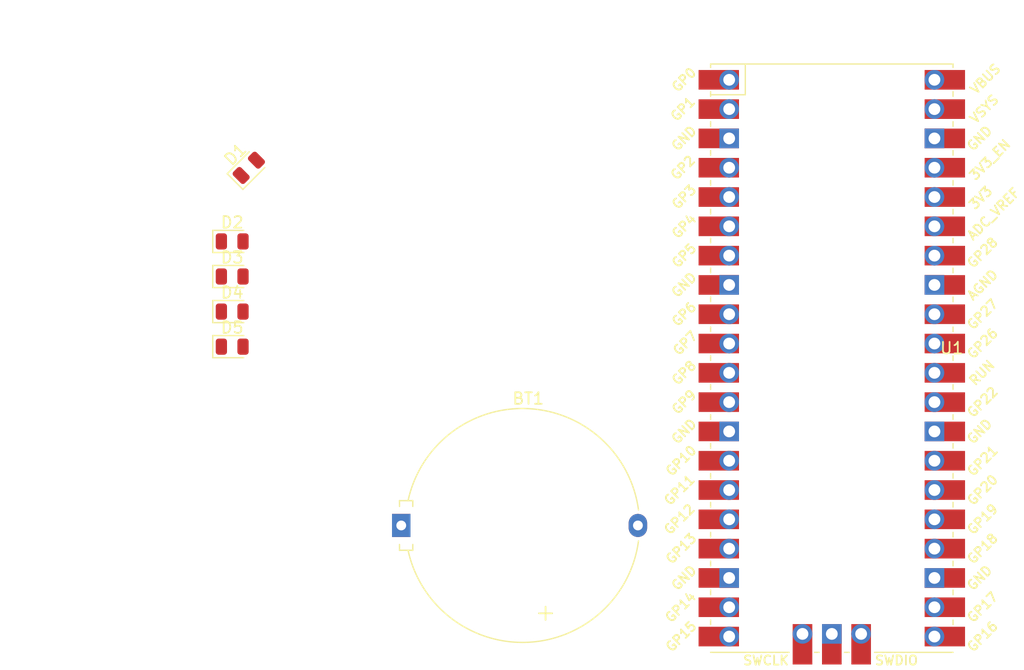
<source format=kicad_pcb>
(kicad_pcb (version 20240108) (generator "pcbnew") (generator_version "8.0")
  (layers (0 "F.Cu" signal) (31 "B.Cu" signal) (34 "B.Paste" user) (35 "F.Paste" user) (36 "B.SilkS" user "B.Silkscreen") (37 "F.SilkS" user "F.Silkscreen") (38 "B.Mask" user) (39 "F.Mask" user) (44 "Edge.Cuts" user))
  (net 0 "")
  (footprint "LED_SMD:LED_0805_2012Metric" (layer "F.Cu") (at 120.0625 79)
    (property "Reference" "D5" (at 0 -1.65 0) (layer "F.SilkS"))
    (property "Value" "LED")
    (fp_line (start -1.685 -0.96) (end -1.685 0.96) (stroke (width 0.12)) (layer "F.SilkS"))
    (fp_line (start -1.685 0.96) (end 1 0.96) (stroke (width 0.12)) (layer "F.SilkS"))
    (fp_line (start 1 -0.96) (end -1.685 -0.96) (stroke (width 0.12)) (layer "F.SilkS"))
    (pad "1" smd roundrect (at -0.9375 0) (size 0.975 1.4) (layers "F.Cu" "F.Paste" "F.Mask"))
    (pad "2" smd roundrect (at 0.9375 0) (size 0.975 1.4) (layers "F.Cu" "F.Paste" "F.Mask"))
  )
  (footprint "LED_SMD:LED_0805_2012Metric" (layer "F.Cu") (at 121.5 63.5 45)
    (property "Reference" "D1" (at 0 -1.65 45) (layer "F.SilkS"))
    (property "Value" "LED")
    (fp_line (start -1.684999 -0.96) (end -1.684999 0.96) (stroke (width 0.12)) (layer "F.SilkS"))
    (fp_line (start -1.684999 0.96) (end 1 0.96) (stroke (width 0.12)) (layer "F.SilkS"))
    (fp_line (start 1 -0.96) (end -1.684999 -0.96) (stroke (width 0.12)) (layer "F.SilkS"))
    (pad "1" smd roundrect (at -0.937501 0 45) (size 0.975 1.4) (layers "F.Cu" "F.Paste" "F.Mask"))
    (pad "2" smd roundrect (at 0.937501 0 45) (size 0.975 1.4) (layers "F.Cu" "F.Paste" "F.Mask"))
  )
  (footprint "LED_SMD:LED_0805_2012Metric" (layer "F.Cu") (at 120.0625 75.96)
    (property "Reference" "D4" (at 0 -1.65 0) (layer "F.SilkS"))
    (property "Value" "LED")
    (fp_line (start -1.685 -0.96) (end -1.685 0.96) (stroke (width 0.12)) (layer "F.SilkS"))
    (fp_line (start -1.685 0.96) (end 1 0.96) (stroke (width 0.12)) (layer "F.SilkS"))
    (fp_line (start 1 -0.96) (end -1.685 -0.96) (stroke (width 0.12)) (layer "F.SilkS"))
    (pad "1" smd roundrect (at -0.9375 0) (size 0.975 1.4) (layers "F.Cu" "F.Paste" "F.Mask"))
    (pad "2" smd roundrect (at 0.9375 0) (size 0.975 1.4) (layers "F.Cu" "F.Paste" "F.Mask"))
  )
  (footprint "Battery:Battery_Panasonic_CR2032-HFN_Horizontal_CircularHoles" (layer "F.Cu") (at 134.705 94.499878)
    (property "Reference" "BT1" (at 11 -11 0) (layer "F.SilkS"))
    (property "Value" "Battery_Cell")
    (fp_line (start -0.15 -2.15) (end -0.15 -1.65) (stroke (width 0.12)) (layer "F.SilkS"))
    (fp_line (start -0.15 -2.15) (end 1 -2.15) (stroke (width 0.12)) (layer "F.SilkS"))
    (fp_line (start -0.15 2.15) (end -0.15 1.65) (stroke (width 0.12)) (layer "F.SilkS"))
    (fp_line (start -0.15 2.15) (end 1 2.15) (stroke (width 0.12)) (layer "F.SilkS"))
    (fp_line (start 1 -2.15) (end 1 -1.65) (stroke (width 0.12)) (layer "F.SilkS"))
    (fp_line (start 1 2.15) (end 1 1.65) (stroke (width 0.12)) (layer "F.SilkS"))
    (fp_arc (start 0.59 -2.15) (mid 10.905879 -10.130166) (end 20.55 -1.35) (stroke (width 0.12)) (layer "F.SilkS"))
    (fp_arc (start 20.55 1.35) (mid 10.905879 10.130166) (end 0.59 2.15) (stroke (width 0.12)) (layer "F.SilkS"))
    (fp_text user "+" (at 12.5 7.5 0) (layer "F.SilkS") (effects (font (size 1.5 1.5))))
    (pad "1" thru_hole rect (at 0 0) (size 1.6 2) (drill 0.85) (layers "*.Cu" "*.Mask"))
    (pad "2" thru_hole oval (at 20.5 0) (size 1.6 2) (drill 0.85) (layers "*.Cu" "*.Mask"))
  )
  (footprint "Pi Pico:RPi_Pico_SMD_TH" (layer "F.Cu") (at 172 80)
    (property "Reference" "U1" (at 10.39 -0.87 0) (layer "F.SilkS"))
    (property "Value" "Pico")
    (fp_line (start -10.5 -25.5) (end -10.5 -25.2) (stroke (width 0.12)) (layer "F.SilkS"))
    (fp_line (start -10.5 -25.5) (end 10.5 -25.5) (stroke (width 0.12)) (layer "F.SilkS"))
    (fp_line (start -10.5 -23.1) (end -10.5 -22.7) (stroke (width 0.12)) (layer "F.SilkS"))
    (fp_line (start -10.5 -22.833) (end -7.493 -22.833) (stroke (width 0.12)) (layer "F.SilkS"))
    (fp_line (start -10.5 -20.5) (end -10.5 -20.1) (stroke (width 0.12)) (layer "F.SilkS"))
    (fp_line (start -10.5 -18) (end -10.5 -17.6) (stroke (width 0.12)) (layer "F.SilkS"))
    (fp_line (start -10.5 -15.4) (end -10.5 -15) (stroke (width 0.12)) (layer "F.SilkS"))
    (fp_line (start -10.5 -12.9) (end -10.5 -12.5) (stroke (width 0.12)) (layer "F.SilkS"))
    (fp_line (start -10.5 -10.4) (end -10.5 -10) (stroke (width 0.12)) (layer "F.SilkS"))
    (fp_line (start -10.5 -7.8) (end -10.5 -7.4) (stroke (width 0.12)) (layer "F.SilkS"))
    (fp_line (start -10.5 -5.3) (end -10.5 -4.9) (stroke (width 0.12)) (layer "F.SilkS"))
    (fp_line (start -10.5 -2.7) (end -10.5 -2.3) (stroke (width 0.12)) (layer "F.SilkS"))
    (fp_line (start -10.5 -0.2) (end -10.5 0.2) (stroke (width 0.12)) (layer "F.SilkS"))
    (fp_line (start -10.5 2.3) (end -10.5 2.7) (stroke (width 0.12)) (layer "F.SilkS"))
    (fp_line (start -10.5 4.9) (end -10.5 5.3) (stroke (width 0.12)) (layer "F.SilkS"))
    (fp_line (start -10.5 7.4) (end -10.5 7.8) (stroke (width 0.12)) (layer "F.SilkS"))
    (fp_line (start -10.5 10) (end -10.5 10.4) (stroke (width 0.12)) (layer "F.SilkS"))
    (fp_line (start -10.5 12.5) (end -10.5 12.9) (stroke (width 0.12)) (layer "F.SilkS"))
    (fp_line (start -10.5 15.1) (end -10.5 15.5) (stroke (width 0.12)) (layer "F.SilkS"))
    (fp_line (start -10.5 17.6) (end -10.5 18) (stroke (width 0.12)) (layer "F.SilkS"))
    (fp_line (start -10.5 20.1) (end -10.5 20.5) (stroke (width 0.12)) (layer "F.SilkS"))
    (fp_line (start -10.5 22.7) (end -10.5 23.1) (stroke (width 0.12)) (layer "F.SilkS"))
    (fp_line (start -7.493 -22.833) (end -7.493 -25.5) (stroke (width 0.12)) (layer "F.SilkS"))
    (fp_line (start -3.7 25.5) (end -10.5 25.5) (stroke (width 0.12)) (layer "F.SilkS"))
    (fp_line (start -1.5 25.5) (end -1.1 25.5) (stroke (width 0.12)) (layer "F.SilkS"))
    (fp_line (start 1.1 25.5) (end 1.5 25.5) (stroke (width 0.12)) (layer "F.SilkS"))
    (fp_line (start 10.5 -25.5) (end 10.5 -25.2) (stroke (width 0.12)) (layer "F.SilkS"))
    (fp_line (start 10.5 -23.1) (end 10.5 -22.7) (stroke (width 0.12)) (layer "F.SilkS"))
    (fp_line (start 10.5 -20.5) (end 10.5 -20.1) (stroke (width 0.12)) (layer "F.SilkS"))
    (fp_line (start 10.5 -18) (end 10.5 -17.6) (stroke (width 0.12)) (layer "F.SilkS"))
    (fp_line (start 10.5 -15.4) (end 10.5 -15) (stroke (width 0.12)) (layer "F.SilkS"))
    (fp_line (start 10.5 -12.9) (end 10.5 -12.5) (stroke (width 0.12)) (layer "F.SilkS"))
    (fp_line (start 10.5 -10.4) (end 10.5 -10) (stroke (width 0.12)) (layer "F.SilkS"))
    (fp_line (start 10.5 -7.8) (end 10.5 -7.4) (stroke (width 0.12)) (layer "F.SilkS"))
    (fp_line (start 10.5 -5.3) (end 10.5 -4.9) (stroke (width 0.12)) (layer "F.SilkS"))
    (fp_line (start 10.5 -2.7) (end 10.5 -2.3) (stroke (width 0.12)) (layer "F.SilkS"))
    (fp_line (start 10.5 -0.2) (end 10.5 0.2) (stroke (width 0.12)) (layer "F.SilkS"))
    (fp_line (start 10.5 2.3) (end 10.5 2.7) (stroke (width 0.12)) (layer "F.SilkS"))
    (fp_line (start 10.5 4.9) (end 10.5 5.3) (stroke (width 0.12)) (layer "F.SilkS"))
    (fp_line (start 10.5 7.4) (end 10.5 7.8) (stroke (width 0.12)) (layer "F.SilkS"))
    (fp_line (start 10.5 10) (end 10.5 10.4) (stroke (width 0.12)) (layer "F.SilkS"))
    (fp_line (start 10.5 12.5) (end 10.5 12.9) (stroke (width 0.12)) (layer "F.SilkS"))
    (fp_line (start 10.5 15.1) (end 10.5 15.5) (stroke (width 0.12)) (layer "F.SilkS"))
    (fp_line (start 10.5 17.6) (end 10.5 18) (stroke (width 0.12)) (layer "F.SilkS"))
    (fp_line (start 10.5 20.1) (end 10.5 20.5) (stroke (width 0.12)) (layer "F.SilkS"))
    (fp_line (start 10.5 22.7) (end 10.5 23.1) (stroke (width 0.12)) (layer "F.SilkS"))
    (fp_line (start 10.5 25.5) (end 3.7 25.5) (stroke (width 0.12)) (layer "F.SilkS"))
    (fp_text user "GP0" (at -12.8 -24.13 45) (layer "F.SilkS") (effects (font (size 0.8 0.8))))
    (fp_text user "GP9" (at -12.8 3.81 45) (layer "F.SilkS") (effects (font (size 0.8 0.8))))
    (fp_text user "GP13" (at -13.054 16.51 45) (layer "F.SilkS") (effects (font (size 0.8 0.8))))
    (fp_text user "GP20" (at 13.054 11.43 45) (layer "F.SilkS") (effects (font (size 0.8 0.8))))
    (fp_text user "GND" (at 12.8 19.05 45) (layer "F.SilkS") (effects (font (size 0.8 0.8))))
    (fp_text user "AGND" (at 13.054 -6.35 45) (layer "F.SilkS") (effects (font (size 0.8 0.8))))
    (fp_text user "GP19" (at 13.054 13.97 45) (layer "F.SilkS") (effects (font (size 0.8 0.8))))
    (fp_text user "3V3" (at 12.9 -13.9 45) (layer "F.SilkS") (effects (font (size 0.8 0.8))))
    (fp_text user "GND" (at 12.8 -19.05 45) (layer "F.SilkS") (effects (font (size 0.8 0.8))))
    (fp_text user "GP15" (at -13.054 24.13 45) (layer "F.SilkS") (effects (font (size 0.8 0.8))))
    (fp_text user "GP10" (at -13.054 8.89 45) (layer "F.SilkS") (effects (font (size 0.8 0.8))))
    (fp_text user "ADC_VREF" (at 14 -12.5 45) (layer "F.SilkS") (effects (font (size 0.8 0.8))))
    (fp_text user "GP1" (at -12.9 -21.6 45) (layer "F.SilkS") (effects (font (size 0.8 0.8))))
    (fp_text user "GP7" (at -12.7 -1.3 45) (layer "F.SilkS") (effects (font (size 0.8 0.8))))
    (fp_text user "GP16" (at 13.054 24.13 45) (layer "F.SilkS") (effects (font (size 0.8 0.8))))
    (fp_text user "GP21" (at 13.054 8.9 45) (layer "F.SilkS") (effects (font (size 0.8 0.8))))
    (fp_text user "VBUS" (at 13.3 -24.2 45) (layer "F.SilkS") (effects (font (size 0.8 0.8))))
    (fp_text user "3V3_EN" (at 13.7 -17.2 45) (layer "F.SilkS") (effects (font (size 0.8 0.8))))
    (fp_text user "GP18" (at 13.054 16.51 45) (layer "F.SilkS") (effects (font (size 0.8 0.8))))
    (fp_text user "GP2" (at -12.9 -16.51 45) (layer "F.SilkS") (effects (font (size 0.8 0.8))))
    (fp_text user "GP8" (at -12.8 1.27 45) (layer "F.SilkS") (effects (font (size 0.8 0.8))))
    (fp_text user "GP17" (at 13.054 21.59 45) (layer "F.SilkS") (effects (font (size 0.8 0.8))))
    (fp_text user "SWDIO" (at 5.6 26.2 0) (layer "F.SilkS") (effects (font (size 0.8 0.8))))
    (fp_text user "SWCLK" (at -5.7 26.2 0) (layer "F.SilkS") (effects (font (size 0.8 0.8))))
    (fp_text user "GND" (at 12.8 6.35 45) (layer "F.SilkS") (effects (font (size 0.8 0.8))))
    (fp_text user "GND" (at -12.8 -6.35 45) (layer "F.SilkS") (effects (font (size 0.8 0.8))))
    (fp_text user "GP6" (at -12.8 -3.81 45) (layer "F.SilkS") (effects (font (size 0.8 0.8))))
    (fp_text user "GP3" (at -12.8 -13.97 45) (layer "F.SilkS") (effects (font (size 0.8 0.8))))
    (fp_text user "GP28" (at 13.054 -9.144 45) (layer "F.SilkS") (effects (font (size 0.8 0.8))))
    (fp_text user "GP27" (at 13.054 -3.8 45) (layer "F.SilkS") (effects (font (size 0.8 0.8))))
    (fp_text user "GP14" (at -13.1 21.59 45) (layer "F.SilkS") (effects (font (size 0.8 0.8))))
    (fp_text user "GP26" (at 13.054 -1.27 45) (layer "F.SilkS") (effects (font (size 0.8 0.8))))
    (fp_text user "GND" (at -12.8 19.05 45) (layer "F.SilkS") (effects (font (size 0.8 0.8))))
    (fp_text user "GP4" (at -12.8 -11.43 45) (layer "F.SilkS") (effects (font (size 0.8 0.8))))
    (fp_text user "GP12" (at -13.2 13.97 45) (layer "F.SilkS") (effects (font (size 0.8 0.8))))
    (fp_text user "GP5" (at -12.8 -8.89 45) (layer "F.SilkS") (effects (font (size 0.8 0.8))))
    (fp_text user "RUN" (at 13 1.27 45) (layer "F.SilkS") (effects (font (size 0.8 0.8))))
    (fp_text user "VSYS" (at 13.2 -21.59 45) (layer "F.SilkS") (effects (font (size 0.8 0.8))))
    (fp_text user "GP22" (at 13.054 3.81 45) (layer "F.SilkS") (effects (font (size 0.8 0.8))))
    (fp_text user "GP11" (at -13.2 11.43 45) (layer "F.SilkS") (effects (font (size 0.8 0.8))))
    (fp_text user "GND" (at -12.8 -19.05 45) (layer "F.SilkS") (effects (font (size 0.8 0.8))))
    (fp_text user "GND" (at -12.8 6.35 45) (layer "F.SilkS") (effects (font (size 0.8 0.8))))
    (pad "" np_thru_hole oval (at -2.725 -24) (size 1.8 1.8) (drill 1.8) (layers "*.Cu" "*.Mask"))
    (pad "" np_thru_hole oval (at -2.425 -20.97) (size 1.5 1.5) (drill 1.5) (layers "*.Cu" "*.Mask"))
    (pad "" np_thru_hole oval (at 2.425 -20.97) (size 1.5 1.5) (drill 1.5) (layers "*.Cu" "*.Mask"))
    (pad "" np_thru_hole oval (at 2.725 -24) (size 1.8 1.8) (drill 1.8) (layers "*.Cu" "*.Mask"))
    (pad "1" thru_hole oval (at -8.89 -24.13) (size 1.7 1.7) (drill 1.02) (layers "*.Cu" "*.Mask"))
    (pad "1" smd rect (at -8.89 -24.13) (size 3.5 1.7) (drill (offset -0.9 0)) (layers "F.Cu" "F.Mask"))
    (pad "2" thru_hole oval (at -8.89 -21.59) (size 1.7 1.7) (drill 1.02) (layers "*.Cu" "*.Mask"))
    (pad "2" smd rect (at -8.89 -21.59) (size 3.5 1.7) (drill (offset -0.9 0)) (layers "F.Cu" "F.Mask"))
    (pad "3" thru_hole rect (at -8.89 -19.05) (size 1.7 1.7) (drill 1.02) (layers "*.Cu" "*.Mask"))
    (pad "3" smd rect (at -8.89 -19.05) (size 3.5 1.7) (drill (offset -0.9 0)) (layers "F.Cu" "F.Mask"))
    (pad "4" thru_hole oval (at -8.89 -16.51) (size 1.7 1.7) (drill 1.02) (layers "*.Cu" "*.Mask"))
    (pad "4" smd rect (at -8.89 -16.51) (size 3.5 1.7) (drill (offset -0.9 0)) (layers "F.Cu" "F.Mask"))
    (pad "5" thru_hole oval (at -8.89 -13.97) (size 1.7 1.7) (drill 1.02) (layers "*.Cu" "*.Mask"))
    (pad "5" smd rect (at -8.89 -13.97) (size 3.5 1.7) (drill (offset -0.9 0)) (layers "F.Cu" "F.Mask"))
    (pad "6" thru_hole oval (at -8.89 -11.43) (size 1.7 1.7) (drill 1.02) (layers "*.Cu" "*.Mask"))
    (pad "6" smd rect (at -8.89 -11.43) (size 3.5 1.7) (drill (offset -0.9 0)) (layers "F.Cu" "F.Mask"))
    (pad "7" thru_hole oval (at -8.89 -8.89) (size 1.7 1.7) (drill 1.02) (layers "*.Cu" "*.Mask"))
    (pad "7" smd rect (at -8.89 -8.89) (size 3.5 1.7) (drill (offset -0.9 0)) (layers "F.Cu" "F.Mask"))
    (pad "8" thru_hole rect (at -8.89 -6.35) (size 1.7 1.7) (drill 1.02) (layers "*.Cu" "*.Mask"))
    (pad "8" smd rect (at -8.89 -6.35) (size 3.5 1.7) (drill (offset -0.9 0)) (layers "F.Cu" "F.Mask"))
    (pad "9" thru_hole oval (at -8.89 -3.81) (size 1.7 1.7) (drill 1.02) (layers "*.Cu" "*.Mask"))
    (pad "9" smd rect (at -8.89 -3.81) (size 3.5 1.7) (drill (offset -0.9 0)) (layers "F.Cu" "F.Mask"))
    (pad "10" thru_hole oval (at -8.89 -1.27) (size 1.7 1.7) (drill 1.02) (layers "*.Cu" "*.Mask"))
    (pad "10" smd rect (at -8.89 -1.27) (size 3.5 1.7) (drill (offset -0.9 0)) (layers "F.Cu" "F.Mask"))
    (pad "11" thru_hole oval (at -8.89 1.27) (size 1.7 1.7) (drill 1.02) (layers "*.Cu" "*.Mask"))
    (pad "11" smd rect (at -8.89 1.27) (size 3.5 1.7) (drill (offset -0.9 0)) (layers "F.Cu" "F.Mask"))
    (pad "12" thru_hole oval (at -8.89 3.81) (size 1.7 1.7) (drill 1.02) (layers "*.Cu" "*.Mask"))
    (pad "12" smd rect (at -8.89 3.81) (size 3.5 1.7) (drill (offset -0.9 0)) (layers "F.Cu" "F.Mask"))
    (pad "13" thru_hole rect (at -8.89 6.35) (size 1.7 1.7) (drill 1.02) (layers "*.Cu" "*.Mask"))
    (pad "13" smd rect (at -8.89 6.35) (size 3.5 1.7) (drill (offset -0.9 0)) (layers "F.Cu" "F.Mask"))
    (pad "14" thru_hole oval (at -8.89 8.89) (size 1.7 1.7) (drill 1.02) (layers "*.Cu" "*.Mask"))
    (pad "14" smd rect (at -8.89 8.89) (size 3.5 1.7) (drill (offset -0.9 0)) (layers "F.Cu" "F.Mask"))
    (pad "15" thru_hole oval (at -8.89 11.43) (size 1.7 1.7) (drill 1.02) (layers "*.Cu" "*.Mask"))
    (pad "15" smd rect (at -8.89 11.43) (size 3.5 1.7) (drill (offset -0.9 0)) (layers "F.Cu" "F.Mask"))
    (pad "16" thru_hole oval (at -8.89 13.97) (size 1.7 1.7) (drill 1.02) (layers "*.Cu" "*.Mask"))
    (pad "16" smd rect (at -8.89 13.97) (size 3.5 1.7) (drill (offset -0.9 0)) (layers "F.Cu" "F.Mask"))
    (pad "17" thru_hole oval (at -8.89 16.51) (size 1.7 1.7) (drill 1.02) (layers "*.Cu" "*.Mask"))
    (pad "17" smd rect (at -8.89 16.51) (size 3.5 1.7) (drill (offset -0.9 0)) (layers "F.Cu" "F.Mask"))
    (pad "18" thru_hole rect (at -8.89 19.05) (size 1.7 1.7) (drill 1.02) (layers "*.Cu" "*.Mask"))
    (pad "18" smd rect (at -8.89 19.05) (size 3.5 1.7) (drill (offset -0.9 0)) (layers "F.Cu" "F.Mask"))
    (pad "19" thru_hole oval (at -8.89 21.59) (size 1.7 1.7) (drill 1.02) (layers "*.Cu" "*.Mask"))
    (pad "19" smd rect (at -8.89 21.59) (size 3.5 1.7) (drill (offset -0.9 0)) (layers "F.Cu" "F.Mask"))
    (pad "20" thru_hole oval (at -8.89 24.13) (size 1.7 1.7) (drill 1.02) (layers "*.Cu" "*.Mask"))
    (pad "20" smd rect (at -8.89 24.13) (size 3.5 1.7) (drill (offset -0.9 0)) (layers "F.Cu" "F.Mask"))
    (pad "21" thru_hole oval (at 8.89 24.13) (size 1.7 1.7) (drill 1.02) (layers "*.Cu" "*.Mask"))
    (pad "21" smd rect (at 8.89 24.13) (size 3.5 1.7) (drill (offset 0.9 0)) (layers "F.Cu" "F.Mask"))
    (pad "22" thru_hole oval (at 8.89 21.59) (size 1.7 1.7) (drill 1.02) (layers "*.Cu" "*.Mask"))
    (pad "22" smd rect (at 8.89 21.59) (size 3.5 1.7) (drill (offset 0.9 0)) (layers "F.Cu" "F.Mask"))
    (pad "23" thru_hole rect (at 8.89 19.05) (size 1.7 1.7) (drill 1.02) (layers "*.Cu" "*.Mask"))
    (pad "23" smd rect (at 8.89 19.05) (size 3.5 1.7) (drill (offset 0.9 0)) (layers "F.Cu" "F.Mask"))
    (pad "24" thru_hole oval (at 8.89 16.51) (size 1.7 1.7) (drill 1.02) (layers "*.Cu" "*.Mask"))
    (pad "24" smd rect (at 8.89 16.51) (size 3.5 1.7) (drill (offset 0.9 0)) (layers "F.Cu" "F.Mask"))
    (pad "25" thru_hole oval (at 8.89 13.97) (size 1.7 1.7) (drill 1.02) (layers "*.Cu" "*.Mask"))
    (pad "25" smd rect (at 8.89 13.97) (size 3.5 1.7) (drill (offset 0.9 0)) (layers "F.Cu" "F.Mask"))
    (pad "26" thru_hole oval (at 8.89 11.43) (size 1.7 1.7) (drill 1.02) (layers "*.Cu" "*.Mask"))
    (pad "26" smd rect (at 8.89 11.43) (size 3.5 1.7) (drill (offset 0.9 0)) (layers "F.Cu" "F.Mask"))
    (pad "27" thru_hole oval (at 8.89 8.89) (size 1.7 1.7) (drill 1.02) (layers "*.Cu" "*.Mask"))
    (pad "27" smd rect (at 8.89 8.89) (size 3.5 1.7) (drill (offset 0.9 0)) (layers "F.Cu" "F.Mask"))
    (pad "28" thru_hole rect (at 8.89 6.35) (size 1.7 1.7) (drill 1.02) (layers "*.Cu" "*.Mask"))
    (pad "28" smd rect (at 8.89 6.35) (size 3.5 1.7) (drill (offset 0.9 0)) (layers "F.Cu" "F.Mask"))
    (pad "29" thru_hole oval (at 8.89 3.81) (size 1.7 1.7) (drill 1.02) (layers "*.Cu" "*.Mask"))
    (pad "29" smd rect (at 8.89 3.81) (size 3.5 1.7) (drill (offset 0.9 0)) (layers "F.Cu" "F.Mask"))
    (pad "30" thru_hole oval (at 8.89 1.27) (size 1.7 1.7) (drill 1.02) (layers "*.Cu" "*.Mask"))
    (pad "30" smd rect (at 8.89 1.27) (size 3.5 1.7) (drill (offset 0.9 0)) (layers "F.Cu" "F.Mask"))
    (pad "31" thru_hole oval (at 8.89 -1.27) (size 1.7 1.7) (drill 1.02) (layers "*.Cu" "*.Mask"))
    (pad "31" smd rect (at 8.89 -1.27) (size 3.5 1.7) (drill (offset 0.9 0)) (layers "F.Cu" "F.Mask"))
    (pad "32" thru_hole oval (at 8.89 -3.81) (size 1.7 1.7) (drill 1.02) (layers "*.Cu" "*.Mask"))
    (pad "32" smd rect (at 8.89 -3.81) (size 3.5 1.7) (drill (offset 0.9 0)) (layers "F.Cu" "F.Mask"))
    (pad "33" thru_hole rect (at 8.89 -6.35) (size 1.7 1.7) (drill 1.02) (layers "*.Cu" "*.Mask"))
    (pad "33" smd rect (at 8.89 -6.35) (size 3.5 1.7) (drill (offset 0.9 0)) (layers "F.Cu" "F.Mask"))
    (pad "34" thru_hole oval (at 8.89 -8.89) (size 1.7 1.7) (drill 1.02) (layers "*.Cu" "*.Mask"))
    (pad "34" smd rect (at 8.89 -8.89) (size 3.5 1.7) (drill (offset 0.9 0)) (layers "F.Cu" "F.Mask"))
    (pad "35" thru_hole oval (at 8.89 -11.43) (size 1.7 1.7) (drill 1.02) (layers "*.Cu" "*.Mask"))
    (pad "35" smd rect (at 8.89 -11.43) (size 3.5 1.7) (drill (offset 0.9 0)) (layers "F.Cu" "F.Mask"))
    (pad "36" thru_hole oval (at 8.89 -13.97) (size 1.7 1.7) (drill 1.02) (layers "*.Cu" "*.Mask"))
    (pad "36" smd rect (at 8.89 -13.97) (size 3.5 1.7) (drill (offset 0.9 0)) (layers "F.Cu" "F.Mask"))
    (pad "37" thru_hole oval (at 8.89 -16.51) (size 1.7 1.7) (drill 1.02) (layers "*.Cu" "*.Mask"))
    (pad "37" smd rect (at 8.89 -16.51) (size 3.5 1.7) (drill (offset 0.9 0)) (layers "F.Cu" "F.Mask"))
    (pad "38" thru_hole rect (at 8.89 -19.05) (size 1.7 1.7) (drill 1.02) (layers "*.Cu" "*.Mask"))
    (pad "38" smd rect (at 8.89 -19.05) (size 3.5 1.7) (drill (offset 0.9 0)) (layers "F.Cu" "F.Mask"))
    (pad "39" thru_hole oval (at 8.89 -21.59) (size 1.7 1.7) (drill 1.02) (layers "*.Cu" "*.Mask"))
    (pad "39" smd rect (at 8.89 -21.59) (size 3.5 1.7) (drill (offset 0.9 0)) (layers "F.Cu" "F.Mask"))
    (pad "40" thru_hole oval (at 8.89 -24.13) (size 1.7 1.7) (drill 1.02) (layers "*.Cu" "*.Mask"))
    (pad "40" smd rect (at 8.89 -24.13) (size 3.5 1.7) (drill (offset 0.9 0)) (layers "F.Cu" "F.Mask"))
    (pad "41" thru_hole oval (at -2.54 23.9) (size 1.7 1.7) (drill 1.02) (layers "*.Cu" "*.Mask"))
    (pad "41" smd rect (at -2.54 23.9 90) (size 3.5 1.7) (drill (offset -0.9 0)) (layers "F.Cu" "F.Mask"))
    (pad "42" thru_hole rect (at 0 23.9) (size 1.7 1.7) (drill 1.02) (layers "*.Cu" "*.Mask"))
    (pad "42" smd rect (at 0 23.9 90) (size 3.5 1.7) (drill (offset -0.9 0)) (layers "F.Cu" "F.Mask"))
    (pad "43" thru_hole oval (at 2.54 23.9) (size 1.7 1.7) (drill 1.02) (layers "*.Cu" "*.Mask"))
    (pad "43" smd rect (at 2.54 23.9 90) (size 3.5 1.7) (drill (offset -0.9 0)) (layers "F.Cu" "F.Mask"))
  )
  (footprint "LED_SMD:LED_0805_2012Metric" (layer "F.Cu") (at 120.0625 69.88)
    (property "Reference" "D2" (at 0 -1.65 0) (layer "F.SilkS"))
    (property "Value" "LED")
    (fp_line (start -1.685 -0.96) (end -1.685 0.96) (stroke (width 0.12)) (layer "F.SilkS"))
    (fp_line (start -1.685 0.96) (end 1 0.96) (stroke (width 0.12)) (layer "F.SilkS"))
    (fp_line (start 1 -0.96) (end -1.685 -0.96) (stroke (width 0.12)) (layer "F.SilkS"))
    (pad "1" smd roundrect (at -0.9375 0) (size 0.975 1.4) (layers "F.Cu" "F.Paste" "F.Mask"))
    (pad "2" smd roundrect (at 0.9375 0) (size 0.975 1.4) (layers "F.Cu" "F.Paste" "F.Mask"))
  )
  (footprint "LED_SMD:LED_0805_2012Metric" (layer "F.Cu") (at 120.0625 72.92)
    (property "Reference" "D3" (at 0 -1.65 0) (layer "F.SilkS"))
    (property "Value" "LED")
    (fp_line (start -1.685 -0.96) (end -1.685 0.96) (stroke (width 0.12)) (layer "F.SilkS"))
    (fp_line (start -1.685 0.96) (end 1 0.96) (stroke (width 0.12)) (layer "F.SilkS"))
    (fp_line (start 1 -0.96) (end -1.685 -0.96) (stroke (width 0.12)) (layer "F.SilkS"))
    (pad "1" smd roundrect (at -0.9375 0) (size 0.975 1.4) (layers "F.Cu" "F.Paste" "F.Mask"))
    (pad "2" smd roundrect (at 0.9375 0) (size 0.975 1.4) (layers "F.Cu" "F.Paste" "F.Mask"))
  )
)
</source>
